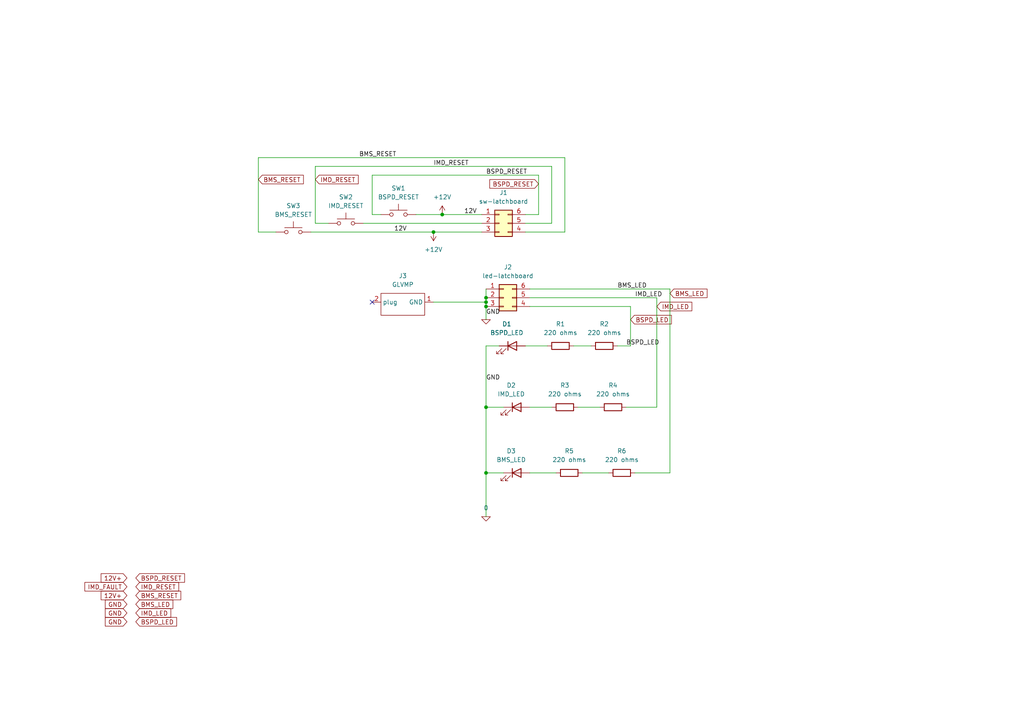
<source format=kicad_sch>
(kicad_sch
	(version 20250114)
	(generator "eeschema")
	(generator_version "9.0")
	(uuid "b535b0b4-0031-42de-829b-d7c94fb4cb2e")
	(paper "A4")
	(lib_symbols
		(symbol "Connector_Generic:Conn_02x03_Counter_Clockwise"
			(pin_names
				(offset 1.016)
				(hide yes)
			)
			(exclude_from_sim no)
			(in_bom yes)
			(on_board yes)
			(property "Reference" "J"
				(at 1.27 5.08 0)
				(effects
					(font
						(size 1.27 1.27)
					)
				)
			)
			(property "Value" "Conn_02x03_Counter_Clockwise"
				(at 1.27 -5.08 0)
				(effects
					(font
						(size 1.27 1.27)
					)
				)
			)
			(property "Footprint" ""
				(at 0 0 0)
				(effects
					(font
						(size 1.27 1.27)
					)
					(hide yes)
				)
			)
			(property "Datasheet" "~"
				(at 0 0 0)
				(effects
					(font
						(size 1.27 1.27)
					)
					(hide yes)
				)
			)
			(property "Description" "Generic connector, double row, 02x03, counter clockwise pin numbering scheme (similar to DIP package numbering), script generated (kicad-library-utils/schlib/autogen/connector/)"
				(at 0 0 0)
				(effects
					(font
						(size 1.27 1.27)
					)
					(hide yes)
				)
			)
			(property "ki_keywords" "connector"
				(at 0 0 0)
				(effects
					(font
						(size 1.27 1.27)
					)
					(hide yes)
				)
			)
			(property "ki_fp_filters" "Connector*:*_2x??_*"
				(at 0 0 0)
				(effects
					(font
						(size 1.27 1.27)
					)
					(hide yes)
				)
			)
			(symbol "Conn_02x03_Counter_Clockwise_1_1"
				(rectangle
					(start -1.27 3.81)
					(end 3.81 -3.81)
					(stroke
						(width 0.254)
						(type default)
					)
					(fill
						(type background)
					)
				)
				(rectangle
					(start -1.27 2.667)
					(end 0 2.413)
					(stroke
						(width 0.1524)
						(type default)
					)
					(fill
						(type none)
					)
				)
				(rectangle
					(start -1.27 0.127)
					(end 0 -0.127)
					(stroke
						(width 0.1524)
						(type default)
					)
					(fill
						(type none)
					)
				)
				(rectangle
					(start -1.27 -2.413)
					(end 0 -2.667)
					(stroke
						(width 0.1524)
						(type default)
					)
					(fill
						(type none)
					)
				)
				(rectangle
					(start 3.81 2.667)
					(end 2.54 2.413)
					(stroke
						(width 0.1524)
						(type default)
					)
					(fill
						(type none)
					)
				)
				(rectangle
					(start 3.81 0.127)
					(end 2.54 -0.127)
					(stroke
						(width 0.1524)
						(type default)
					)
					(fill
						(type none)
					)
				)
				(rectangle
					(start 3.81 -2.413)
					(end 2.54 -2.667)
					(stroke
						(width 0.1524)
						(type default)
					)
					(fill
						(type none)
					)
				)
				(pin passive line
					(at -5.08 2.54 0)
					(length 3.81)
					(name "Pin_1"
						(effects
							(font
								(size 1.27 1.27)
							)
						)
					)
					(number "1"
						(effects
							(font
								(size 1.27 1.27)
							)
						)
					)
				)
				(pin passive line
					(at -5.08 0 0)
					(length 3.81)
					(name "Pin_2"
						(effects
							(font
								(size 1.27 1.27)
							)
						)
					)
					(number "2"
						(effects
							(font
								(size 1.27 1.27)
							)
						)
					)
				)
				(pin passive line
					(at -5.08 -2.54 0)
					(length 3.81)
					(name "Pin_3"
						(effects
							(font
								(size 1.27 1.27)
							)
						)
					)
					(number "3"
						(effects
							(font
								(size 1.27 1.27)
							)
						)
					)
				)
				(pin passive line
					(at 7.62 2.54 180)
					(length 3.81)
					(name "Pin_6"
						(effects
							(font
								(size 1.27 1.27)
							)
						)
					)
					(number "6"
						(effects
							(font
								(size 1.27 1.27)
							)
						)
					)
				)
				(pin passive line
					(at 7.62 0 180)
					(length 3.81)
					(name "Pin_5"
						(effects
							(font
								(size 1.27 1.27)
							)
						)
					)
					(number "5"
						(effects
							(font
								(size 1.27 1.27)
							)
						)
					)
				)
				(pin passive line
					(at 7.62 -2.54 180)
					(length 3.81)
					(name "Pin_4"
						(effects
							(font
								(size 1.27 1.27)
							)
						)
					)
					(number "4"
						(effects
							(font
								(size 1.27 1.27)
							)
						)
					)
				)
			)
			(embedded_fonts no)
		)
		(symbol "Device:LED"
			(pin_numbers
				(hide yes)
			)
			(pin_names
				(offset 1.016)
				(hide yes)
			)
			(exclude_from_sim no)
			(in_bom yes)
			(on_board yes)
			(property "Reference" "D"
				(at 0 2.54 0)
				(effects
					(font
						(size 1.27 1.27)
					)
				)
			)
			(property "Value" "LED"
				(at 0 -2.54 0)
				(effects
					(font
						(size 1.27 1.27)
					)
				)
			)
			(property "Footprint" ""
				(at 0 0 0)
				(effects
					(font
						(size 1.27 1.27)
					)
					(hide yes)
				)
			)
			(property "Datasheet" "~"
				(at 0 0 0)
				(effects
					(font
						(size 1.27 1.27)
					)
					(hide yes)
				)
			)
			(property "Description" "Light emitting diode"
				(at 0 0 0)
				(effects
					(font
						(size 1.27 1.27)
					)
					(hide yes)
				)
			)
			(property "Sim.Pins" "1=K 2=A"
				(at 0 0 0)
				(effects
					(font
						(size 1.27 1.27)
					)
					(hide yes)
				)
			)
			(property "ki_keywords" "LED diode"
				(at 0 0 0)
				(effects
					(font
						(size 1.27 1.27)
					)
					(hide yes)
				)
			)
			(property "ki_fp_filters" "LED* LED_SMD:* LED_THT:*"
				(at 0 0 0)
				(effects
					(font
						(size 1.27 1.27)
					)
					(hide yes)
				)
			)
			(symbol "LED_0_1"
				(polyline
					(pts
						(xy -3.048 -0.762) (xy -4.572 -2.286) (xy -3.81 -2.286) (xy -4.572 -2.286) (xy -4.572 -1.524)
					)
					(stroke
						(width 0)
						(type default)
					)
					(fill
						(type none)
					)
				)
				(polyline
					(pts
						(xy -1.778 -0.762) (xy -3.302 -2.286) (xy -2.54 -2.286) (xy -3.302 -2.286) (xy -3.302 -1.524)
					)
					(stroke
						(width 0)
						(type default)
					)
					(fill
						(type none)
					)
				)
				(polyline
					(pts
						(xy -1.27 0) (xy 1.27 0)
					)
					(stroke
						(width 0)
						(type default)
					)
					(fill
						(type none)
					)
				)
				(polyline
					(pts
						(xy -1.27 -1.27) (xy -1.27 1.27)
					)
					(stroke
						(width 0.254)
						(type default)
					)
					(fill
						(type none)
					)
				)
				(polyline
					(pts
						(xy 1.27 -1.27) (xy 1.27 1.27) (xy -1.27 0) (xy 1.27 -1.27)
					)
					(stroke
						(width 0.254)
						(type default)
					)
					(fill
						(type none)
					)
				)
			)
			(symbol "LED_1_1"
				(pin passive line
					(at -3.81 0 0)
					(length 2.54)
					(name "K"
						(effects
							(font
								(size 1.27 1.27)
							)
						)
					)
					(number "1"
						(effects
							(font
								(size 1.27 1.27)
							)
						)
					)
				)
				(pin passive line
					(at 3.81 0 180)
					(length 2.54)
					(name "A"
						(effects
							(font
								(size 1.27 1.27)
							)
						)
					)
					(number "2"
						(effects
							(font
								(size 1.27 1.27)
							)
						)
					)
				)
			)
			(embedded_fonts no)
		)
		(symbol "Device:R"
			(pin_numbers
				(hide yes)
			)
			(pin_names
				(offset 0)
			)
			(exclude_from_sim no)
			(in_bom yes)
			(on_board yes)
			(property "Reference" "R"
				(at 2.032 0 90)
				(effects
					(font
						(size 1.27 1.27)
					)
				)
			)
			(property "Value" "R"
				(at 0 0 90)
				(effects
					(font
						(size 1.27 1.27)
					)
				)
			)
			(property "Footprint" ""
				(at -1.778 0 90)
				(effects
					(font
						(size 1.27 1.27)
					)
					(hide yes)
				)
			)
			(property "Datasheet" "~"
				(at 0 0 0)
				(effects
					(font
						(size 1.27 1.27)
					)
					(hide yes)
				)
			)
			(property "Description" "Resistor"
				(at 0 0 0)
				(effects
					(font
						(size 1.27 1.27)
					)
					(hide yes)
				)
			)
			(property "ki_keywords" "R res resistor"
				(at 0 0 0)
				(effects
					(font
						(size 1.27 1.27)
					)
					(hide yes)
				)
			)
			(property "ki_fp_filters" "R_*"
				(at 0 0 0)
				(effects
					(font
						(size 1.27 1.27)
					)
					(hide yes)
				)
			)
			(symbol "R_0_1"
				(rectangle
					(start -1.016 -2.54)
					(end 1.016 2.54)
					(stroke
						(width 0.254)
						(type default)
					)
					(fill
						(type none)
					)
				)
			)
			(symbol "R_1_1"
				(pin passive line
					(at 0 3.81 270)
					(length 1.27)
					(name "~"
						(effects
							(font
								(size 1.27 1.27)
							)
						)
					)
					(number "1"
						(effects
							(font
								(size 1.27 1.27)
							)
						)
					)
				)
				(pin passive line
					(at 0 -3.81 90)
					(length 1.27)
					(name "~"
						(effects
							(font
								(size 1.27 1.27)
							)
						)
					)
					(number "2"
						(effects
							(font
								(size 1.27 1.27)
							)
						)
					)
				)
			)
			(embedded_fonts no)
		)
		(symbol "Simulation_SPICE:0"
			(power)
			(pin_numbers
				(hide yes)
			)
			(pin_names
				(offset 0)
				(hide yes)
			)
			(exclude_from_sim no)
			(in_bom yes)
			(on_board yes)
			(property "Reference" "#GND"
				(at 0 -5.08 0)
				(effects
					(font
						(size 1.27 1.27)
					)
					(hide yes)
				)
			)
			(property "Value" "0"
				(at 0 -2.54 0)
				(effects
					(font
						(size 1.27 1.27)
					)
				)
			)
			(property "Footprint" ""
				(at 0 0 0)
				(effects
					(font
						(size 1.27 1.27)
					)
					(hide yes)
				)
			)
			(property "Datasheet" "https://ngspice.sourceforge.io/docs/ngspice-html-manual/manual.xhtml#subsec_Circuit_elements__device"
				(at 0 -10.16 0)
				(effects
					(font
						(size 1.27 1.27)
					)
					(hide yes)
				)
			)
			(property "Description" "0V reference potential for simulation"
				(at 0 -7.62 0)
				(effects
					(font
						(size 1.27 1.27)
					)
					(hide yes)
				)
			)
			(property "ki_keywords" "simulation"
				(at 0 0 0)
				(effects
					(font
						(size 1.27 1.27)
					)
					(hide yes)
				)
			)
			(symbol "0_0_1"
				(polyline
					(pts
						(xy -1.27 0) (xy 0 -1.27) (xy 1.27 0) (xy -1.27 0)
					)
					(stroke
						(width 0)
						(type default)
					)
					(fill
						(type none)
					)
				)
			)
			(symbol "0_1_1"
				(pin power_in line
					(at 0 0 0)
					(length 0)
					(name "~"
						(effects
							(font
								(size 1.016 1.016)
							)
						)
					)
					(number "1"
						(effects
							(font
								(size 1.016 1.016)
							)
						)
					)
				)
			)
			(embedded_fonts no)
		)
		(symbol "Switch:SW_Push"
			(pin_numbers
				(hide yes)
			)
			(pin_names
				(offset 1.016)
				(hide yes)
			)
			(exclude_from_sim no)
			(in_bom yes)
			(on_board yes)
			(property "Reference" "SW"
				(at 1.27 2.54 0)
				(effects
					(font
						(size 1.27 1.27)
					)
					(justify left)
				)
			)
			(property "Value" "SW_Push"
				(at 0 -1.524 0)
				(effects
					(font
						(size 1.27 1.27)
					)
				)
			)
			(property "Footprint" ""
				(at 0 5.08 0)
				(effects
					(font
						(size 1.27 1.27)
					)
					(hide yes)
				)
			)
			(property "Datasheet" "~"
				(at 0 5.08 0)
				(effects
					(font
						(size 1.27 1.27)
					)
					(hide yes)
				)
			)
			(property "Description" "Push button switch, generic, two pins"
				(at 0 0 0)
				(effects
					(font
						(size 1.27 1.27)
					)
					(hide yes)
				)
			)
			(property "ki_keywords" "switch normally-open pushbutton push-button"
				(at 0 0 0)
				(effects
					(font
						(size 1.27 1.27)
					)
					(hide yes)
				)
			)
			(symbol "SW_Push_0_1"
				(circle
					(center -2.032 0)
					(radius 0.508)
					(stroke
						(width 0)
						(type default)
					)
					(fill
						(type none)
					)
				)
				(polyline
					(pts
						(xy 0 1.27) (xy 0 3.048)
					)
					(stroke
						(width 0)
						(type default)
					)
					(fill
						(type none)
					)
				)
				(circle
					(center 2.032 0)
					(radius 0.508)
					(stroke
						(width 0)
						(type default)
					)
					(fill
						(type none)
					)
				)
				(polyline
					(pts
						(xy 2.54 1.27) (xy -2.54 1.27)
					)
					(stroke
						(width 0)
						(type default)
					)
					(fill
						(type none)
					)
				)
				(pin passive line
					(at -5.08 0 0)
					(length 2.54)
					(name "1"
						(effects
							(font
								(size 1.27 1.27)
							)
						)
					)
					(number "1"
						(effects
							(font
								(size 1.27 1.27)
							)
						)
					)
				)
				(pin passive line
					(at 5.08 0 180)
					(length 2.54)
					(name "2"
						(effects
							(font
								(size 1.27 1.27)
							)
						)
					)
					(number "2"
						(effects
							(font
								(size 1.27 1.27)
							)
						)
					)
				)
			)
			(embedded_fonts no)
		)
		(symbol "libraryBBC:GLVMP_Banana_Jack"
			(exclude_from_sim no)
			(in_bom yes)
			(on_board yes)
			(property "Reference" "J1"
				(at 2.032 6.604 0)
				(effects
					(font
						(size 1.27 1.27)
					)
				)
			)
			(property "Value" "GLVMP"
				(at 2.54 4.826 0)
				(effects
					(font
						(size 1.27 1.27)
					)
				)
			)
			(property "Footprint" ""
				(at 0 0 0)
				(effects
					(font
						(size 1.27 1.27)
					)
					(hide yes)
				)
			)
			(property "Datasheet" ""
				(at 0 0 0)
				(effects
					(font
						(size 1.27 1.27)
					)
					(hide yes)
				)
			)
			(property "Description" ""
				(at 0 0 0)
				(effects
					(font
						(size 1.27 1.27)
					)
					(hide yes)
				)
			)
			(property "MFG" "Cinch Connectivity Solutions Johnson"
				(at 2.286 -4.318 0)
				(effects
					(font
						(size 1.27 1.27)
					)
					(hide yes)
				)
			)
			(property "MPN" "108-0903-001"
				(at 2.794 -6.604 0)
				(effects
					(font
						(size 1.27 1.27)
					)
					(hide yes)
				)
			)
			(symbol "GLVMP_Banana_Jack_0_1"
				(rectangle
					(start -3.81 -2.54)
					(end 8.89 3.81)
					(stroke
						(width 0)
						(type default)
					)
					(fill
						(type none)
					)
				)
			)
			(symbol "GLVMP_Banana_Jack_1_1"
				(pin bidirectional line
					(at -6.35 0 0)
					(length 2.54)
					(name "GND"
						(effects
							(font
								(size 1.27 1.27)
							)
						)
					)
					(number "1"
						(effects
							(font
								(size 1.27 1.27)
							)
						)
					)
				)
				(pin bidirectional line
					(at 11.43 0 180)
					(length 2.54)
					(name "plug"
						(effects
							(font
								(size 1.27 1.27)
							)
						)
					)
					(number "2"
						(effects
							(font
								(size 1.27 1.27)
							)
						)
					)
				)
			)
			(embedded_fonts no)
		)
		(symbol "power:+12V"
			(power)
			(pin_numbers
				(hide yes)
			)
			(pin_names
				(offset 0)
				(hide yes)
			)
			(exclude_from_sim no)
			(in_bom yes)
			(on_board yes)
			(property "Reference" "#PWR"
				(at 0 -3.81 0)
				(effects
					(font
						(size 1.27 1.27)
					)
					(hide yes)
				)
			)
			(property "Value" "+12V"
				(at 0 3.556 0)
				(effects
					(font
						(size 1.27 1.27)
					)
				)
			)
			(property "Footprint" ""
				(at 0 0 0)
				(effects
					(font
						(size 1.27 1.27)
					)
					(hide yes)
				)
			)
			(property "Datasheet" ""
				(at 0 0 0)
				(effects
					(font
						(size 1.27 1.27)
					)
					(hide yes)
				)
			)
			(property "Description" "Power symbol creates a global label with name \"+12V\""
				(at 0 0 0)
				(effects
					(font
						(size 1.27 1.27)
					)
					(hide yes)
				)
			)
			(property "ki_keywords" "global power"
				(at 0 0 0)
				(effects
					(font
						(size 1.27 1.27)
					)
					(hide yes)
				)
			)
			(symbol "+12V_0_1"
				(polyline
					(pts
						(xy -0.762 1.27) (xy 0 2.54)
					)
					(stroke
						(width 0)
						(type default)
					)
					(fill
						(type none)
					)
				)
				(polyline
					(pts
						(xy 0 2.54) (xy 0.762 1.27)
					)
					(stroke
						(width 0)
						(type default)
					)
					(fill
						(type none)
					)
				)
				(polyline
					(pts
						(xy 0 0) (xy 0 2.54)
					)
					(stroke
						(width 0)
						(type default)
					)
					(fill
						(type none)
					)
				)
			)
			(symbol "+12V_1_1"
				(pin power_in line
					(at 0 0 90)
					(length 0)
					(name "~"
						(effects
							(font
								(size 1.27 1.27)
							)
						)
					)
					(number "1"
						(effects
							(font
								(size 1.27 1.27)
							)
						)
					)
				)
			)
			(embedded_fonts no)
		)
	)
	(junction
		(at 140.97 87.63)
		(diameter 0)
		(color 0 0 0 0)
		(uuid "36c79cba-9b7b-45da-a2d0-7de1ddcfc269")
	)
	(junction
		(at 140.97 86.36)
		(diameter 0)
		(color 0 0 0 0)
		(uuid "378d3cdc-2d1e-4200-bfaa-b8620bb7d958")
	)
	(junction
		(at 140.97 118.11)
		(diameter 0)
		(color 0 0 0 0)
		(uuid "6b0f0abe-1c46-4014-ad96-53ce30802a8a")
	)
	(junction
		(at 125.73 67.31)
		(diameter 0)
		(color 0 0 0 0)
		(uuid "967d17a7-77ff-45de-b6fe-47f644be0c7d")
	)
	(junction
		(at 128.27 62.23)
		(diameter 0)
		(color 0 0 0 0)
		(uuid "bbad1982-4b8c-485b-8ea2-b01d6d2ceb52")
	)
	(junction
		(at 140.97 137.16)
		(diameter 0)
		(color 0 0 0 0)
		(uuid "ce5fef1c-d8d2-48de-9173-7342d28dd0aa")
	)
	(junction
		(at 140.97 88.9)
		(diameter 0)
		(color 0 0 0 0)
		(uuid "e7f7f2a3-0ed9-49b2-80f4-ad4e8240d29e")
	)
	(no_connect
		(at 107.95 87.63)
		(uuid "a88377d3-03fa-49e9-a0a7-ab23ba4083bb")
	)
	(wire
		(pts
			(xy 173.99 118.11) (xy 167.64 118.11)
		)
		(stroke
			(width 0)
			(type default)
		)
		(uuid "03010357-f3b3-4264-9e9e-5f2779be6799")
	)
	(wire
		(pts
			(xy 140.97 87.63) (xy 140.97 88.9)
		)
		(stroke
			(width 0)
			(type default)
		)
		(uuid "0514d51b-669c-4d64-97cf-625078d549df")
	)
	(wire
		(pts
			(xy 107.95 62.23) (xy 107.95 50.8)
		)
		(stroke
			(width 0)
			(type default)
		)
		(uuid "061d23fb-35c5-4d97-8cca-34fb1351536a")
	)
	(wire
		(pts
			(xy 156.21 50.8) (xy 156.21 62.23)
		)
		(stroke
			(width 0)
			(type default)
		)
		(uuid "0c938f49-9432-4b02-8d48-cc658d41903c")
	)
	(wire
		(pts
			(xy 140.97 88.9) (xy 140.97 92.71)
		)
		(stroke
			(width 0)
			(type default)
		)
		(uuid "0d1de85d-838b-4d32-9422-5bb60ebf12f8")
	)
	(wire
		(pts
			(xy 105.41 64.77) (xy 139.7 64.77)
		)
		(stroke
			(width 0)
			(type default)
		)
		(uuid "170b8ee7-0cbd-4e1d-86c7-6f0d1e0e0ae1")
	)
	(wire
		(pts
			(xy 160.02 48.26) (xy 160.02 64.77)
		)
		(stroke
			(width 0)
			(type default)
		)
		(uuid "1af57378-6aaa-4927-bc78-9a11b46d5de2")
	)
	(wire
		(pts
			(xy 140.97 137.16) (xy 146.05 137.16)
		)
		(stroke
			(width 0)
			(type default)
		)
		(uuid "233ff0b3-2a11-4395-b30b-0a22ece45bb6")
	)
	(wire
		(pts
			(xy 194.31 137.16) (xy 194.31 83.82)
		)
		(stroke
			(width 0)
			(type default)
		)
		(uuid "343a2bdf-7cf5-40c9-bc5b-c1e2b0791599")
	)
	(wire
		(pts
			(xy 107.95 50.8) (xy 156.21 50.8)
		)
		(stroke
			(width 0)
			(type default)
		)
		(uuid "35b3a098-e7a3-4c5e-a1fe-cc17e0f54a1f")
	)
	(wire
		(pts
			(xy 125.73 67.31) (xy 139.7 67.31)
		)
		(stroke
			(width 0)
			(type default)
		)
		(uuid "444b308e-9a7a-4a82-8606-5b75eab69c70")
	)
	(wire
		(pts
			(xy 184.15 137.16) (xy 194.31 137.16)
		)
		(stroke
			(width 0)
			(type default)
		)
		(uuid "50e67751-b6cd-4282-810a-3b5fb4d119a8")
	)
	(wire
		(pts
			(xy 91.44 48.26) (xy 160.02 48.26)
		)
		(stroke
			(width 0)
			(type default)
		)
		(uuid "5d7857ff-774b-4458-a3cd-616839b47df7")
	)
	(wire
		(pts
			(xy 190.5 118.11) (xy 190.5 86.36)
		)
		(stroke
			(width 0)
			(type default)
		)
		(uuid "62040888-ef90-40eb-ab05-cbb43ec482df")
	)
	(wire
		(pts
			(xy 125.73 87.63) (xy 140.97 87.63)
		)
		(stroke
			(width 0)
			(type default)
		)
		(uuid "702f3d34-64bc-4869-adfb-e0d617330777")
	)
	(wire
		(pts
			(xy 91.44 64.77) (xy 91.44 48.26)
		)
		(stroke
			(width 0)
			(type default)
		)
		(uuid "79557536-2c40-4393-a117-3d629ac34f79")
	)
	(wire
		(pts
			(xy 182.88 88.9) (xy 153.67 88.9)
		)
		(stroke
			(width 0)
			(type default)
		)
		(uuid "7b5aa32b-e466-476b-9cb9-b18fd238642f")
	)
	(wire
		(pts
			(xy 161.29 137.16) (xy 153.67 137.16)
		)
		(stroke
			(width 0)
			(type default)
		)
		(uuid "82018eb7-3d41-4b0e-92b0-e6797c719891")
	)
	(wire
		(pts
			(xy 140.97 118.11) (xy 140.97 137.16)
		)
		(stroke
			(width 0)
			(type default)
		)
		(uuid "823af871-6ab0-44ed-bcee-5f335190f1da")
	)
	(wire
		(pts
			(xy 190.5 86.36) (xy 153.67 86.36)
		)
		(stroke
			(width 0)
			(type default)
		)
		(uuid "8c10cd3c-e669-4c5c-8144-3174c606d1f2")
	)
	(wire
		(pts
			(xy 181.61 118.11) (xy 190.5 118.11)
		)
		(stroke
			(width 0)
			(type default)
		)
		(uuid "8e570c92-5d77-4dd9-a24e-0e7c96cd452f")
	)
	(wire
		(pts
			(xy 163.83 45.72) (xy 163.83 67.31)
		)
		(stroke
			(width 0)
			(type default)
		)
		(uuid "905ccd9b-12b3-4beb-9980-a25361a6b72a")
	)
	(wire
		(pts
			(xy 110.49 62.23) (xy 107.95 62.23)
		)
		(stroke
			(width 0)
			(type default)
		)
		(uuid "91f08c5c-eb77-4148-b83a-50d5e8b3b2d8")
	)
	(wire
		(pts
			(xy 74.93 67.31) (xy 74.93 45.72)
		)
		(stroke
			(width 0)
			(type default)
		)
		(uuid "9e214f37-2845-445c-b22a-87998fe9b89d")
	)
	(wire
		(pts
			(xy 140.97 100.33) (xy 140.97 118.11)
		)
		(stroke
			(width 0)
			(type default)
		)
		(uuid "a0d8b761-ec9f-4c3a-a354-4830ef23a999")
	)
	(wire
		(pts
			(xy 140.97 86.36) (xy 140.97 87.63)
		)
		(stroke
			(width 0)
			(type default)
		)
		(uuid "a18e133a-8b53-44fd-906b-dd58f562df58")
	)
	(wire
		(pts
			(xy 163.83 67.31) (xy 152.4 67.31)
		)
		(stroke
			(width 0)
			(type default)
		)
		(uuid "a2d26ce5-2564-49c5-b09d-ea319a040000")
	)
	(wire
		(pts
			(xy 74.93 45.72) (xy 163.83 45.72)
		)
		(stroke
			(width 0)
			(type default)
		)
		(uuid "a951025e-8e8d-4a4b-bcc7-dd963219d1b8")
	)
	(wire
		(pts
			(xy 90.17 67.31) (xy 125.73 67.31)
		)
		(stroke
			(width 0)
			(type default)
		)
		(uuid "aa8a34b0-0943-4f0f-84d4-1d80fbbd0854")
	)
	(wire
		(pts
			(xy 194.31 83.82) (xy 153.67 83.82)
		)
		(stroke
			(width 0)
			(type default)
		)
		(uuid "aed1daba-e304-4d86-899d-9500a2e699a8")
	)
	(wire
		(pts
			(xy 179.07 100.33) (xy 182.88 100.33)
		)
		(stroke
			(width 0)
			(type default)
		)
		(uuid "b1a43eb7-584d-43f2-b5ef-2da102603dce")
	)
	(wire
		(pts
			(xy 156.21 62.23) (xy 152.4 62.23)
		)
		(stroke
			(width 0)
			(type default)
		)
		(uuid "b273cee2-2e49-4c3a-8091-33dbe72d1cf6")
	)
	(wire
		(pts
			(xy 128.27 62.23) (xy 120.65 62.23)
		)
		(stroke
			(width 0)
			(type default)
		)
		(uuid "b5209033-c39e-4b91-8153-354aa2ac1855")
	)
	(wire
		(pts
			(xy 152.4 100.33) (xy 158.75 100.33)
		)
		(stroke
			(width 0)
			(type default)
		)
		(uuid "b94dfe37-eca3-483d-a195-5b7a1d3726cf")
	)
	(wire
		(pts
			(xy 160.02 64.77) (xy 152.4 64.77)
		)
		(stroke
			(width 0)
			(type default)
		)
		(uuid "ba88ded4-1c3e-4cf3-b6f5-f06e298a426a")
	)
	(wire
		(pts
			(xy 139.7 62.23) (xy 128.27 62.23)
		)
		(stroke
			(width 0)
			(type default)
		)
		(uuid "bbc073db-886d-411f-afbd-e55519a7dbb1")
	)
	(wire
		(pts
			(xy 140.97 137.16) (xy 140.97 149.86)
		)
		(stroke
			(width 0)
			(type default)
		)
		(uuid "c010ff8e-0b03-4d8e-ab03-62c933e99750")
	)
	(wire
		(pts
			(xy 80.01 67.31) (xy 74.93 67.31)
		)
		(stroke
			(width 0)
			(type default)
		)
		(uuid "cdfcd2c9-0a1a-4a95-807c-e7e91f3ac3c1")
	)
	(wire
		(pts
			(xy 140.97 118.11) (xy 146.05 118.11)
		)
		(stroke
			(width 0)
			(type default)
		)
		(uuid "cfbc075e-fff2-41b8-9feb-9a87be82d3fc")
	)
	(wire
		(pts
			(xy 95.25 64.77) (xy 91.44 64.77)
		)
		(stroke
			(width 0)
			(type default)
		)
		(uuid "d47d1a40-5523-4d2c-8ac0-9633508b7b24")
	)
	(wire
		(pts
			(xy 176.53 137.16) (xy 168.91 137.16)
		)
		(stroke
			(width 0)
			(type default)
		)
		(uuid "ecc4f094-82ad-4e48-82ce-c9402f7f6f45")
	)
	(wire
		(pts
			(xy 160.02 118.11) (xy 153.67 118.11)
		)
		(stroke
			(width 0)
			(type default)
		)
		(uuid "f14dab91-8165-45e3-ac32-9ca791cdd107")
	)
	(wire
		(pts
			(xy 166.37 100.33) (xy 171.45 100.33)
		)
		(stroke
			(width 0)
			(type default)
		)
		(uuid "f1eeccc9-79ba-4a1e-8a2c-1c6057570e91")
	)
	(wire
		(pts
			(xy 182.88 100.33) (xy 182.88 88.9)
		)
		(stroke
			(width 0)
			(type default)
		)
		(uuid "f1fffbab-df74-4236-8334-0c50855b18b0")
	)
	(wire
		(pts
			(xy 140.97 83.82) (xy 140.97 86.36)
		)
		(stroke
			(width 0)
			(type default)
		)
		(uuid "f2c7bfee-6e3c-4cab-b0ca-3ed169dd29e0")
	)
	(wire
		(pts
			(xy 144.78 100.33) (xy 140.97 100.33)
		)
		(stroke
			(width 0)
			(type default)
		)
		(uuid "f6ae5a08-f1b4-4c58-bb03-846019d4aa4b")
	)
	(label "12V"
		(at 114.3 67.31 0)
		(effects
			(font
				(size 1.27 1.27)
			)
			(justify left bottom)
		)
		(uuid "0830a983-5ee2-467d-a772-fb231331bc62")
	)
	(label "GND"
		(at 140.97 91.44 0)
		(effects
			(font
				(size 1.27 1.27)
			)
			(justify left bottom)
		)
		(uuid "2a148132-96a7-4f64-9db8-8cc9262cf45e")
	)
	(label "IMD_RESET"
		(at 125.73 48.26 0)
		(effects
			(font
				(size 1.27 1.27)
			)
			(justify left bottom)
		)
		(uuid "2e21abd8-3c59-4f4b-829f-f63d28eb85d2")
	)
	(label "BSPD_LED"
		(at 181.61 100.33 0)
		(effects
			(font
				(size 1.27 1.27)
			)
			(justify left bottom)
		)
		(uuid "6e1be063-dd3a-4fd6-aca6-119415fd1c79")
	)
	(label "BSPD_RESET"
		(at 140.97 50.8 0)
		(effects
			(font
				(size 1.27 1.27)
			)
			(justify left bottom)
		)
		(uuid "a04389d4-a053-4859-a79b-97630feacf78")
	)
	(label "12V"
		(at 134.62 62.23 0)
		(effects
			(font
				(size 1.27 1.27)
			)
			(justify left bottom)
		)
		(uuid "a52786f7-8635-4e23-9836-cc94f771062a")
	)
	(label "GND"
		(at 140.97 110.49 0)
		(effects
			(font
				(size 1.27 1.27)
			)
			(justify left bottom)
		)
		(uuid "b879f86b-f6b7-4a37-90f2-3c1e05ea253d")
	)
	(label "IMD_LED"
		(at 184.15 86.36 0)
		(effects
			(font
				(size 1.27 1.27)
			)
			(justify left bottom)
		)
		(uuid "e491d443-f2e8-4c3e-b7f7-35b02579ab45")
	)
	(label "BMS_LED"
		(at 179.07 83.82 0)
		(effects
			(font
				(size 1.27 1.27)
			)
			(justify left bottom)
		)
		(uuid "e6b7d14f-f42b-4791-95d4-a8868dc5ed25")
	)
	(label "BMS_RESET"
		(at 104.14 45.72 0)
		(effects
			(font
				(size 1.27 1.27)
			)
			(justify left bottom)
		)
		(uuid "f9bb6f05-282a-465e-a449-d81aa0ab00bb")
	)
	(global_label "BMS_RESET"
		(shape input)
		(at 74.93 52.07 0)
		(fields_autoplaced yes)
		(effects
			(font
				(size 1.27 1.27)
			)
			(justify left)
		)
		(uuid "1222febc-d400-4545-98ab-f5a7005e8547")
		(property "Intersheetrefs" "${INTERSHEET_REFS}"
			(at 88.5588 52.07 0)
			(effects
				(font
					(size 1.27 1.27)
				)
				(justify left)
				(hide yes)
			)
		)
	)
	(global_label "GND"
		(shape input)
		(at 36.83 175.26 180)
		(fields_autoplaced yes)
		(effects
			(font
				(size 1.27 1.27)
			)
			(justify right)
		)
		(uuid "17a4e856-7a91-47c6-88f2-6c7eb412089a")
		(property "Intersheetrefs" "${INTERSHEET_REFS}"
			(at 29.9743 175.26 0)
			(effects
				(font
					(size 1.27 1.27)
				)
				(justify right)
				(hide yes)
			)
		)
	)
	(global_label "IMD_LED"
		(shape input)
		(at 39.37 177.8 0)
		(fields_autoplaced yes)
		(effects
			(font
				(size 1.27 1.27)
			)
			(justify left)
		)
		(uuid "1ebbf30b-f5e4-4a6f-821d-012b2d7426a7")
		(property "Intersheetrefs" "${INTERSHEET_REFS}"
			(at 50.0961 177.8 0)
			(effects
				(font
					(size 1.27 1.27)
				)
				(justify left)
				(hide yes)
			)
		)
	)
	(global_label "IMD_RESET"
		(shape input)
		(at 91.44 52.07 0)
		(fields_autoplaced yes)
		(effects
			(font
				(size 1.27 1.27)
			)
			(justify left)
		)
		(uuid "37e0d4a2-2bbc-4a21-8dfd-10b01c8b5875")
		(property "Intersheetrefs" "${INTERSHEET_REFS}"
			(at 104.4641 52.07 0)
			(effects
				(font
					(size 1.27 1.27)
				)
				(justify left)
				(hide yes)
			)
		)
	)
	(global_label "GND"
		(shape input)
		(at 36.83 177.8 180)
		(fields_autoplaced yes)
		(effects
			(font
				(size 1.27 1.27)
			)
			(justify right)
		)
		(uuid "3dce25bc-4f4f-4fdd-95ef-591181ca2530")
		(property "Intersheetrefs" "${INTERSHEET_REFS}"
			(at 29.9743 177.8 0)
			(effects
				(font
					(size 1.27 1.27)
				)
				(justify right)
				(hide yes)
			)
		)
	)
	(global_label "12V+"
		(shape input)
		(at 36.83 167.64 180)
		(fields_autoplaced yes)
		(effects
			(font
				(size 1.27 1.27)
			)
			(justify right)
		)
		(uuid "40658439-b162-4059-81db-5f44b6941a43")
		(property "Intersheetrefs" "${INTERSHEET_REFS}"
			(at 28.7648 167.64 0)
			(effects
				(font
					(size 1.27 1.27)
				)
				(justify right)
				(hide yes)
			)
		)
	)
	(global_label "IMD_LED"
		(shape input)
		(at 190.5 88.9 0)
		(fields_autoplaced yes)
		(effects
			(font
				(size 1.27 1.27)
			)
			(justify left)
		)
		(uuid "514f42cc-a9a4-4bf7-9d3a-8944f869e6ea")
		(property "Intersheetrefs" "${INTERSHEET_REFS}"
			(at 201.2261 88.9 0)
			(effects
				(font
					(size 1.27 1.27)
				)
				(justify left)
				(hide yes)
			)
		)
	)
	(global_label "IMD_RESET"
		(shape input)
		(at 39.37 170.18 0)
		(fields_autoplaced yes)
		(effects
			(font
				(size 1.27 1.27)
			)
			(justify left)
		)
		(uuid "6c100cab-e18b-4adc-a4d8-84129d075894")
		(property "Intersheetrefs" "${INTERSHEET_REFS}"
			(at 52.3941 170.18 0)
			(effects
				(font
					(size 1.27 1.27)
				)
				(justify left)
				(hide yes)
			)
		)
	)
	(global_label "BMS_LED"
		(shape input)
		(at 39.37 175.26 0)
		(fields_autoplaced yes)
		(effects
			(font
				(size 1.27 1.27)
			)
			(justify left)
		)
		(uuid "6d898628-3a72-4bdf-875a-c55985ff31f2")
		(property "Intersheetrefs" "${INTERSHEET_REFS}"
			(at 50.7008 175.26 0)
			(effects
				(font
					(size 1.27 1.27)
				)
				(justify left)
				(hide yes)
			)
		)
	)
	(global_label "IMD_FAULT"
		(shape input)
		(at 36.83 170.18 180)
		(fields_autoplaced yes)
		(effects
			(font
				(size 1.27 1.27)
			)
			(justify right)
		)
		(uuid "7ad25597-7f58-49d4-a9e5-649fc0a8f6a7")
		(property "Intersheetrefs" "${INTERSHEET_REFS}"
			(at 24.0476 170.18 0)
			(effects
				(font
					(size 1.27 1.27)
				)
				(justify right)
				(hide yes)
			)
		)
	)
	(global_label "BSPD_LED"
		(shape input)
		(at 182.88 92.71 0)
		(fields_autoplaced yes)
		(effects
			(font
				(size 1.27 1.27)
			)
			(justify left)
		)
		(uuid "92214c51-182c-42ce-818e-7bfe52ab77e4")
		(property "Intersheetrefs" "${INTERSHEET_REFS}"
			(at 195.2994 92.71 0)
			(effects
				(font
					(size 1.27 1.27)
				)
				(justify left)
				(hide yes)
			)
		)
	)
	(global_label "GND"
		(shape input)
		(at 36.83 180.34 180)
		(fields_autoplaced yes)
		(effects
			(font
				(size 1.27 1.27)
			)
			(justify right)
		)
		(uuid "b11f30ae-8eb2-4ab0-8950-4a4743b5c417")
		(property "Intersheetrefs" "${INTERSHEET_REFS}"
			(at 29.9743 180.34 0)
			(effects
				(font
					(size 1.27 1.27)
				)
				(justify right)
				(hide yes)
			)
		)
	)
	(global_label "BSPD_RESET"
		(shape input)
		(at 39.37 167.64 0)
		(fields_autoplaced yes)
		(effects
			(font
				(size 1.27 1.27)
			)
			(justify left)
		)
		(uuid "b2274e90-828f-4616-a42e-121f64ccaa49")
		(property "Intersheetrefs" "${INTERSHEET_REFS}"
			(at 54.0874 167.64 0)
			(effects
				(font
					(size 1.27 1.27)
				)
				(justify left)
				(hide yes)
			)
		)
	)
	(global_label "BMS_LED"
		(shape input)
		(at 194.31 85.09 0)
		(fields_autoplaced yes)
		(effects
			(font
				(size 1.27 1.27)
			)
			(justify left)
		)
		(uuid "c4052991-abee-4a5e-b793-7d7aaf14b7ed")
		(property "Intersheetrefs" "${INTERSHEET_REFS}"
			(at 205.6408 85.09 0)
			(effects
				(font
					(size 1.27 1.27)
				)
				(justify left)
				(hide yes)
			)
		)
	)
	(global_label "BSPD_LED"
		(shape input)
		(at 39.37 180.34 0)
		(fields_autoplaced yes)
		(effects
			(font
				(size 1.27 1.27)
			)
			(justify left)
		)
		(uuid "ca12d718-de49-4ce6-8b9d-c90d93f4d99b")
		(property "Intersheetrefs" "${INTERSHEET_REFS}"
			(at 51.7894 180.34 0)
			(effects
				(font
					(size 1.27 1.27)
				)
				(justify left)
				(hide yes)
			)
		)
	)
	(global_label "BSPD_RESET"
		(shape input)
		(at 156.21 53.34 180)
		(fields_autoplaced yes)
		(effects
			(font
				(size 1.27 1.27)
			)
			(justify right)
		)
		(uuid "cdff1b42-4de5-463e-a3ca-4e6885b0dc15")
		(property "Intersheetrefs" "${INTERSHEET_REFS}"
			(at 141.4926 53.34 0)
			(effects
				(font
					(size 1.27 1.27)
				)
				(justify right)
				(hide yes)
			)
		)
	)
	(global_label "12V+"
		(shape input)
		(at 36.83 172.72 180)
		(fields_autoplaced yes)
		(effects
			(font
				(size 1.27 1.27)
			)
			(justify right)
		)
		(uuid "dd149472-6a7a-4e85-b5a0-5bd20919f6b4")
		(property "Intersheetrefs" "${INTERSHEET_REFS}"
			(at 28.7648 172.72 0)
			(effects
				(font
					(size 1.27 1.27)
				)
				(justify right)
				(hide yes)
			)
		)
	)
	(global_label "BMS_RESET"
		(shape input)
		(at 39.37 172.72 0)
		(fields_autoplaced yes)
		(effects
			(font
				(size 1.27 1.27)
			)
			(justify left)
		)
		(uuid "f19c4760-b264-4093-a91b-9863465c64c9")
		(property "Intersheetrefs" "${INTERSHEET_REFS}"
			(at 52.9988 172.72 0)
			(effects
				(font
					(size 1.27 1.27)
				)
				(justify left)
				(hide yes)
			)
		)
	)
	(symbol
		(lib_id "libraryBBC:GLVMP_Banana_Jack")
		(at 119.38 87.63 180)
		(unit 1)
		(exclude_from_sim no)
		(in_bom yes)
		(on_board yes)
		(dnp no)
		(fields_autoplaced yes)
		(uuid "12d2647a-e0ff-41a1-9bb3-287720b34edb")
		(property "Reference" "J3"
			(at 116.84 80.01 0)
			(effects
				(font
					(size 1.27 1.27)
				)
			)
		)
		(property "Value" "GLVMP"
			(at 116.84 82.55 0)
			(effects
				(font
					(size 1.27 1.27)
				)
			)
		)
		(property "Footprint" "GLVMP_Banana_Jack:GLVMP_Banana_Jack"
			(at 119.38 87.63 0)
			(effects
				(font
					(size 1.27 1.27)
				)
				(hide yes)
			)
		)
		(property "Datasheet" ""
			(at 119.38 87.63 0)
			(effects
				(font
					(size 1.27 1.27)
				)
				(hide yes)
			)
		)
		(property "Description" ""
			(at 119.38 87.63 0)
			(effects
				(font
					(size 1.27 1.27)
				)
				(hide yes)
			)
		)
		(property "MFG" "Cal Test Electronics"
			(at 117.094 83.312 0)
			(effects
				(font
					(size 1.27 1.27)
				)
				(hide yes)
			)
		)
		(property "MPN" "CT3149-0"
			(at 116.586 81.026 0)
			(effects
				(font
					(size 1.27 1.27)
				)
				(hide yes)
			)
		)
		(pin "2"
			(uuid "fa820b37-1d1f-429e-8fd5-3f71db85bd96")
		)
		(pin "1"
			(uuid "59eb89e5-66c1-496e-84b7-7c5c94661ada")
		)
		(instances
			(project ""
				(path "/b535b0b4-0031-42de-829b-d7c94fb4cb2e"
					(reference "J3")
					(unit 1)
				)
			)
		)
	)
	(symbol
		(lib_id "Device:LED")
		(at 149.86 137.16 0)
		(unit 1)
		(exclude_from_sim no)
		(in_bom yes)
		(on_board yes)
		(dnp no)
		(fields_autoplaced yes)
		(uuid "1cbb4a68-b50d-4922-b344-747bd7033218")
		(property "Reference" "D3"
			(at 148.2725 130.81 0)
			(effects
				(font
					(size 1.27 1.27)
				)
			)
		)
		(property "Value" "BMS_LED"
			(at 148.2725 133.35 0)
			(effects
				(font
					(size 1.27 1.27)
				)
			)
		)
		(property "Footprint" "LED_THT:LED_D5.0mm"
			(at 149.86 137.16 0)
			(effects
				(font
					(size 1.27 1.27)
				)
				(hide yes)
			)
		)
		(property "Datasheet" "~"
			(at 149.86 137.16 0)
			(effects
				(font
					(size 1.27 1.27)
				)
				(hide yes)
			)
		)
		(property "Description" "Light emitting diode"
			(at 149.86 137.16 0)
			(effects
				(font
					(size 1.27 1.27)
				)
				(hide yes)
			)
		)
		(property "Sim.Pins" "1=K 2=A"
			(at 149.86 137.16 0)
			(effects
				(font
					(size 1.27 1.27)
				)
				(hide yes)
			)
		)
		(pin "2"
			(uuid "f793e49c-5b9b-46f2-8957-6ae83879e4eb")
		)
		(pin "1"
			(uuid "0482f1e3-bcf3-40e5-aaea-48940487723d")
		)
		(instances
			(project "Hi_board_bbc"
				(path "/b535b0b4-0031-42de-829b-d7c94fb4cb2e"
					(reference "D3")
					(unit 1)
				)
			)
		)
	)
	(symbol
		(lib_id "Device:R")
		(at 162.56 100.33 270)
		(unit 1)
		(exclude_from_sim no)
		(in_bom yes)
		(on_board yes)
		(dnp no)
		(fields_autoplaced yes)
		(uuid "1dcd00f4-e739-4ab2-b00c-f51dbe76e0bd")
		(property "Reference" "R1"
			(at 162.56 93.98 90)
			(effects
				(font
					(size 1.27 1.27)
				)
			)
		)
		(property "Value" "220 ohms"
			(at 162.56 96.52 90)
			(effects
				(font
					(size 1.27 1.27)
				)
			)
		)
		(property "Footprint" "Resistor_THT:R_Axial_DIN0207_L6.3mm_D2.5mm_P10.16mm_Horizontal"
			(at 162.56 98.552 90)
			(effects
				(font
					(size 1.27 1.27)
				)
				(hide yes)
			)
		)
		(property "Datasheet" "~"
			(at 162.56 100.33 0)
			(effects
				(font
					(size 1.27 1.27)
				)
				(hide yes)
			)
		)
		(property "Description" "Resistor"
			(at 162.56 100.33 0)
			(effects
				(font
					(size 1.27 1.27)
				)
				(hide yes)
			)
		)
		(pin "1"
			(uuid "8a489381-b487-4e0c-96ee-5182c80135de")
		)
		(pin "2"
			(uuid "94fa0fcd-5f48-4335-ae4c-bd3cee06bc78")
		)
		(instances
			(project "Hi_board_bbc"
				(path "/b535b0b4-0031-42de-829b-d7c94fb4cb2e"
					(reference "R1")
					(unit 1)
				)
			)
		)
	)
	(symbol
		(lib_id "Device:R")
		(at 175.26 100.33 270)
		(unit 1)
		(exclude_from_sim no)
		(in_bom yes)
		(on_board yes)
		(dnp no)
		(fields_autoplaced yes)
		(uuid "38cf47e9-6d44-42c2-af26-cf97acc48e26")
		(property "Reference" "R2"
			(at 175.26 93.98 90)
			(effects
				(font
					(size 1.27 1.27)
				)
			)
		)
		(property "Value" "220 ohms"
			(at 175.26 96.52 90)
			(effects
				(font
					(size 1.27 1.27)
				)
			)
		)
		(property "Footprint" "Resistor_THT:R_Axial_DIN0207_L6.3mm_D2.5mm_P10.16mm_Horizontal"
			(at 175.26 98.552 90)
			(effects
				(font
					(size 1.27 1.27)
				)
				(hide yes)
			)
		)
		(property "Datasheet" "~"
			(at 175.26 100.33 0)
			(effects
				(font
					(size 1.27 1.27)
				)
				(hide yes)
			)
		)
		(property "Description" "Resistor"
			(at 175.26 100.33 0)
			(effects
				(font
					(size 1.27 1.27)
				)
				(hide yes)
			)
		)
		(pin "1"
			(uuid "be3b7bcf-1e34-46b2-939c-5461d48964d7")
		)
		(pin "2"
			(uuid "5d450e2a-359f-4162-b307-b354b2a406b3")
		)
		(instances
			(project "Hi_board_bbc"
				(path "/b535b0b4-0031-42de-829b-d7c94fb4cb2e"
					(reference "R2")
					(unit 1)
				)
			)
		)
	)
	(symbol
		(lib_id "Switch:SW_Push")
		(at 85.09 67.31 0)
		(unit 1)
		(exclude_from_sim no)
		(in_bom yes)
		(on_board yes)
		(dnp no)
		(fields_autoplaced yes)
		(uuid "4aebbd40-9775-4e25-84a8-793c8db16f0a")
		(property "Reference" "SW3"
			(at 85.09 59.69 0)
			(effects
				(font
					(size 1.27 1.27)
				)
			)
		)
		(property "Value" "BMS_RESET"
			(at 85.09 62.23 0)
			(effects
				(font
					(size 1.27 1.27)
				)
			)
		)
		(property "Footprint" "Button_Switch_THT:SW_PUSH_6mm"
			(at 85.09 62.23 0)
			(effects
				(font
					(size 1.27 1.27)
				)
				(hide yes)
			)
		)
		(property "Datasheet" "~"
			(at 85.09 62.23 0)
			(effects
				(font
					(size 1.27 1.27)
				)
				(hide yes)
			)
		)
		(property "Description" "Push button switch, generic, two pins"
			(at 85.09 67.31 0)
			(effects
				(font
					(size 1.27 1.27)
				)
				(hide yes)
			)
		)
		(pin "1"
			(uuid "17a68b43-687d-4c76-b2a9-1137feb74bc5")
		)
		(pin "2"
			(uuid "85a5b540-8136-4d25-97fb-1007a469203f")
		)
		(instances
			(project "Hi_board_bbc"
				(path "/b535b0b4-0031-42de-829b-d7c94fb4cb2e"
					(reference "SW3")
					(unit 1)
				)
			)
		)
	)
	(symbol
		(lib_id "Device:LED")
		(at 148.59 100.33 0)
		(unit 1)
		(exclude_from_sim no)
		(in_bom yes)
		(on_board yes)
		(dnp no)
		(fields_autoplaced yes)
		(uuid "4b6c6bb1-164f-4d49-8dfc-effee547f574")
		(property "Reference" "D1"
			(at 147.0025 93.98 0)
			(effects
				(font
					(size 1.27 1.27)
				)
			)
		)
		(property "Value" "BSPD_LED"
			(at 147.0025 96.52 0)
			(effects
				(font
					(size 1.27 1.27)
				)
			)
		)
		(property "Footprint" "LED_THT:LED_D5.0mm"
			(at 148.59 100.33 0)
			(effects
				(font
					(size 1.27 1.27)
				)
				(hide yes)
			)
		)
		(property "Datasheet" "~"
			(at 148.59 100.33 0)
			(effects
				(font
					(size 1.27 1.27)
				)
				(hide yes)
			)
		)
		(property "Description" "Light emitting diode"
			(at 148.59 100.33 0)
			(effects
				(font
					(size 1.27 1.27)
				)
				(hide yes)
			)
		)
		(property "Sim.Pins" "1=K 2=A"
			(at 148.59 100.33 0)
			(effects
				(font
					(size 1.27 1.27)
				)
				(hide yes)
			)
		)
		(pin "2"
			(uuid "adc84bec-879f-4c1b-956e-dc2db00914c1")
		)
		(pin "1"
			(uuid "9983a7d8-4f02-491e-b29f-48eaf1dfd7fa")
		)
		(instances
			(project "Hi_board_bbc"
				(path "/b535b0b4-0031-42de-829b-d7c94fb4cb2e"
					(reference "D1")
					(unit 1)
				)
			)
		)
	)
	(symbol
		(lib_id "Device:R")
		(at 165.1 137.16 270)
		(unit 1)
		(exclude_from_sim no)
		(in_bom yes)
		(on_board yes)
		(dnp no)
		(fields_autoplaced yes)
		(uuid "50b75262-45e5-4a2b-a6c5-27af6a4154fc")
		(property "Reference" "R5"
			(at 165.1 130.81 90)
			(effects
				(font
					(size 1.27 1.27)
				)
			)
		)
		(property "Value" "220 ohms"
			(at 165.1 133.35 90)
			(effects
				(font
					(size 1.27 1.27)
				)
			)
		)
		(property "Footprint" "Resistor_THT:R_Axial_DIN0207_L6.3mm_D2.5mm_P10.16mm_Horizontal"
			(at 165.1 135.382 90)
			(effects
				(font
					(size 1.27 1.27)
				)
				(hide yes)
			)
		)
		(property "Datasheet" "~"
			(at 165.1 137.16 0)
			(effects
				(font
					(size 1.27 1.27)
				)
				(hide yes)
			)
		)
		(property "Description" "Resistor"
			(at 165.1 137.16 0)
			(effects
				(font
					(size 1.27 1.27)
				)
				(hide yes)
			)
		)
		(pin "1"
			(uuid "6d71d7a1-1711-4ad7-8ea5-1d14a35617c2")
		)
		(pin "2"
			(uuid "6aef7880-60f5-45d5-a289-a11d005eaf32")
		)
		(instances
			(project "Hi_board_bbc"
				(path "/b535b0b4-0031-42de-829b-d7c94fb4cb2e"
					(reference "R5")
					(unit 1)
				)
			)
		)
	)
	(symbol
		(lib_id "Switch:SW_Push")
		(at 100.33 64.77 0)
		(unit 1)
		(exclude_from_sim no)
		(in_bom yes)
		(on_board yes)
		(dnp no)
		(fields_autoplaced yes)
		(uuid "6cd5be78-323e-4044-9d3b-b212f40e0a43")
		(property "Reference" "SW2"
			(at 100.33 57.15 0)
			(effects
				(font
					(size 1.27 1.27)
				)
			)
		)
		(property "Value" "IMD_RESET"
			(at 100.33 59.69 0)
			(effects
				(font
					(size 1.27 1.27)
				)
			)
		)
		(property "Footprint" "Button_Switch_THT:SW_PUSH_6mm"
			(at 100.33 59.69 0)
			(effects
				(font
					(size 1.27 1.27)
				)
				(hide yes)
			)
		)
		(property "Datasheet" "~"
			(at 100.33 59.69 0)
			(effects
				(font
					(size 1.27 1.27)
				)
				(hide yes)
			)
		)
		(property "Description" "Push button switch, generic, two pins"
			(at 100.33 64.77 0)
			(effects
				(font
					(size 1.27 1.27)
				)
				(hide yes)
			)
		)
		(pin "1"
			(uuid "b3780312-ea4c-4e45-a964-7c3219a9ebc0")
		)
		(pin "2"
			(uuid "6dcabdf2-47ba-47e6-9f74-dd7117e6c871")
		)
		(instances
			(project "Hi_board_bbc"
				(path "/b535b0b4-0031-42de-829b-d7c94fb4cb2e"
					(reference "SW2")
					(unit 1)
				)
			)
		)
	)
	(symbol
		(lib_id "Device:LED")
		(at 149.86 118.11 0)
		(unit 1)
		(exclude_from_sim no)
		(in_bom yes)
		(on_board yes)
		(dnp no)
		(fields_autoplaced yes)
		(uuid "847d99e4-ee46-49d2-871f-1d29837c417d")
		(property "Reference" "D2"
			(at 148.2725 111.76 0)
			(effects
				(font
					(size 1.27 1.27)
				)
			)
		)
		(property "Value" "IMD_LED"
			(at 148.2725 114.3 0)
			(effects
				(font
					(size 1.27 1.27)
				)
			)
		)
		(property "Footprint" "LED_THT:LED_D5.0mm"
			(at 149.86 118.11 0)
			(effects
				(font
					(size 1.27 1.27)
				)
				(hide yes)
			)
		)
		(property "Datasheet" "~"
			(at 149.86 118.11 0)
			(effects
				(font
					(size 1.27 1.27)
				)
				(hide yes)
			)
		)
		(property "Description" "Light emitting diode"
			(at 149.86 118.11 0)
			(effects
				(font
					(size 1.27 1.27)
				)
				(hide yes)
			)
		)
		(property "Sim.Pins" "1=K 2=A"
			(at 149.86 118.11 0)
			(effects
				(font
					(size 1.27 1.27)
				)
				(hide yes)
			)
		)
		(pin "2"
			(uuid "b8f030cb-7503-49eb-beae-cd6b045c591c")
		)
		(pin "1"
			(uuid "91ae0dd4-4fbc-420b-9d22-66fd3e785390")
		)
		(instances
			(project "Hi_board_bbc"
				(path "/b535b0b4-0031-42de-829b-d7c94fb4cb2e"
					(reference "D2")
					(unit 1)
				)
			)
		)
	)
	(symbol
		(lib_id "Simulation_SPICE:0")
		(at 140.97 92.71 0)
		(unit 1)
		(exclude_from_sim no)
		(in_bom yes)
		(on_board yes)
		(dnp no)
		(fields_autoplaced yes)
		(uuid "92b635ac-f9d1-4312-980d-027393951486")
		(property "Reference" "#GND01"
			(at 140.97 97.79 0)
			(effects
				(font
					(size 1.27 1.27)
				)
				(hide yes)
			)
		)
		(property "Value" "0"
			(at 140.97 90.17 0)
			(effects
				(font
					(size 1.27 1.27)
				)
				(hide yes)
			)
		)
		(property "Footprint" ""
			(at 140.97 92.71 0)
			(effects
				(font
					(size 1.27 1.27)
				)
				(hide yes)
			)
		)
		(property "Datasheet" "https://ngspice.sourceforge.io/docs/ngspice-html-manual/manual.xhtml#subsec_Circuit_elements__device"
			(at 140.97 102.87 0)
			(effects
				(font
					(size 1.27 1.27)
				)
				(hide yes)
			)
		)
		(property "Description" "0V reference potential for simulation"
			(at 140.97 100.33 0)
			(effects
				(font
					(size 1.27 1.27)
				)
				(hide yes)
			)
		)
		(pin "1"
			(uuid "93afc15d-4953-4f94-9962-d88f82d51b2a")
		)
		(instances
			(project "Hi_board_bbc"
				(path "/b535b0b4-0031-42de-829b-d7c94fb4cb2e"
					(reference "#GND01")
					(unit 1)
				)
			)
		)
	)
	(symbol
		(lib_id "power:+12V")
		(at 128.27 62.23 0)
		(unit 1)
		(exclude_from_sim no)
		(in_bom yes)
		(on_board yes)
		(dnp no)
		(fields_autoplaced yes)
		(uuid "ab66a4df-55ca-4788-b26f-2569c91cb97f")
		(property "Reference" "#PWR01"
			(at 128.27 66.04 0)
			(effects
				(font
					(size 1.27 1.27)
				)
				(hide yes)
			)
		)
		(property "Value" "+12V"
			(at 128.27 57.15 0)
			(effects
				(font
					(size 1.27 1.27)
				)
			)
		)
		(property "Footprint" ""
			(at 128.27 62.23 0)
			(effects
				(font
					(size 1.27 1.27)
				)
				(hide yes)
			)
		)
		(property "Datasheet" ""
			(at 128.27 62.23 0)
			(effects
				(font
					(size 1.27 1.27)
				)
				(hide yes)
			)
		)
		(property "Description" "Power symbol creates a global label with name \"+12V\""
			(at 128.27 62.23 0)
			(effects
				(font
					(size 1.27 1.27)
				)
				(hide yes)
			)
		)
		(pin "1"
			(uuid "88d18aa2-b0a6-4b66-82c8-d3f91d608440")
		)
		(instances
			(project ""
				(path "/b535b0b4-0031-42de-829b-d7c94fb4cb2e"
					(reference "#PWR01")
					(unit 1)
				)
			)
		)
	)
	(symbol
		(lib_id "Simulation_SPICE:0")
		(at 140.97 149.86 0)
		(unit 1)
		(exclude_from_sim no)
		(in_bom yes)
		(on_board yes)
		(dnp no)
		(fields_autoplaced yes)
		(uuid "aef08ae3-dd68-4c92-ae63-a6a9695f6574")
		(property "Reference" "#GND02"
			(at 140.97 154.94 0)
			(effects
				(font
					(size 1.27 1.27)
				)
				(hide yes)
			)
		)
		(property "Value" "0"
			(at 140.97 147.32 0)
			(effects
				(font
					(size 1.27 1.27)
				)
			)
		)
		(property "Footprint" ""
			(at 140.97 149.86 0)
			(effects
				(font
					(size 1.27 1.27)
				)
				(hide yes)
			)
		)
		(property "Datasheet" "https://ngspice.sourceforge.io/docs/ngspice-html-manual/manual.xhtml#subsec_Circuit_elements__device"
			(at 140.97 160.02 0)
			(effects
				(font
					(size 1.27 1.27)
				)
				(hide yes)
			)
		)
		(property "Description" "0V reference potential for simulation"
			(at 140.97 157.48 0)
			(effects
				(font
					(size 1.27 1.27)
				)
				(hide yes)
			)
		)
		(pin "1"
			(uuid "ac25297a-7be3-4c69-baee-7560f430ae23")
		)
		(instances
			(project ""
				(path "/b535b0b4-0031-42de-829b-d7c94fb4cb2e"
					(reference "#GND02")
					(unit 1)
				)
			)
		)
	)
	(symbol
		(lib_id "Device:R")
		(at 180.34 137.16 270)
		(unit 1)
		(exclude_from_sim no)
		(in_bom yes)
		(on_board yes)
		(dnp no)
		(fields_autoplaced yes)
		(uuid "b00b9972-ba68-45c7-9869-045cb56910c4")
		(property "Reference" "R6"
			(at 180.34 130.81 90)
			(effects
				(font
					(size 1.27 1.27)
				)
			)
		)
		(property "Value" "220 ohms"
			(at 180.34 133.35 90)
			(effects
				(font
					(size 1.27 1.27)
				)
			)
		)
		(property "Footprint" "Resistor_THT:R_Axial_DIN0207_L6.3mm_D2.5mm_P10.16mm_Horizontal"
			(at 180.34 135.382 90)
			(effects
				(font
					(size 1.27 1.27)
				)
				(hide yes)
			)
		)
		(property "Datasheet" "~"
			(at 180.34 137.16 0)
			(effects
				(font
					(size 1.27 1.27)
				)
				(hide yes)
			)
		)
		(property "Description" "Resistor"
			(at 180.34 137.16 0)
			(effects
				(font
					(size 1.27 1.27)
				)
				(hide yes)
			)
		)
		(pin "1"
			(uuid "250cddf2-cb1c-4e62-b7e3-2e70abb4c7ac")
		)
		(pin "2"
			(uuid "1f4c5976-b0db-4748-9f71-bcdee78451ff")
		)
		(instances
			(project "Hi_board_bbc"
				(path "/b535b0b4-0031-42de-829b-d7c94fb4cb2e"
					(reference "R6")
					(unit 1)
				)
			)
		)
	)
	(symbol
		(lib_id "Device:R")
		(at 177.8 118.11 270)
		(unit 1)
		(exclude_from_sim no)
		(in_bom yes)
		(on_board yes)
		(dnp no)
		(fields_autoplaced yes)
		(uuid "b1c602d5-6b03-49b1-bea2-d9142273fe63")
		(property "Reference" "R4"
			(at 177.8 111.76 90)
			(effects
				(font
					(size 1.27 1.27)
				)
			)
		)
		(property "Value" "220 ohms"
			(at 177.8 114.3 90)
			(effects
				(font
					(size 1.27 1.27)
				)
			)
		)
		(property "Footprint" "Resistor_THT:R_Axial_DIN0207_L6.3mm_D2.5mm_P10.16mm_Horizontal"
			(at 177.8 116.332 90)
			(effects
				(font
					(size 1.27 1.27)
				)
				(hide yes)
			)
		)
		(property "Datasheet" "~"
			(at 177.8 118.11 0)
			(effects
				(font
					(size 1.27 1.27)
				)
				(hide yes)
			)
		)
		(property "Description" "Resistor"
			(at 177.8 118.11 0)
			(effects
				(font
					(size 1.27 1.27)
				)
				(hide yes)
			)
		)
		(pin "1"
			(uuid "fc230d3f-f254-40f2-8fcc-710f6f1e94b8")
		)
		(pin "2"
			(uuid "4fe1902c-29cb-4e1e-bd5c-27566c479ad8")
		)
		(instances
			(project "Hi_board_bbc"
				(path "/b535b0b4-0031-42de-829b-d7c94fb4cb2e"
					(reference "R4")
					(unit 1)
				)
			)
		)
	)
	(symbol
		(lib_id "Connector_Generic:Conn_02x03_Counter_Clockwise")
		(at 146.05 86.36 0)
		(unit 1)
		(exclude_from_sim no)
		(in_bom yes)
		(on_board yes)
		(dnp no)
		(fields_autoplaced yes)
		(uuid "b37ced02-ac30-4651-99c1-f1a7e8b32f00")
		(property "Reference" "J2"
			(at 147.32 77.47 0)
			(effects
				(font
					(size 1.27 1.27)
				)
			)
		)
		(property "Value" "led-latchboard"
			(at 147.32 80.01 0)
			(effects
				(font
					(size 1.27 1.27)
				)
			)
		)
		(property "Footprint" "Connector_Molex:Molex_Mini-Fit_Jr_5566-06A_2x03_P4.20mm_Vertical"
			(at 146.05 86.36 0)
			(effects
				(font
					(size 1.27 1.27)
				)
				(hide yes)
			)
		)
		(property "Datasheet" "~"
			(at 146.05 86.36 0)
			(effects
				(font
					(size 1.27 1.27)
				)
				(hide yes)
			)
		)
		(property "Description" "Generic connector, double row, 02x03, counter clockwise pin numbering scheme (similar to DIP package numbering), script generated (kicad-library-utils/schlib/autogen/connector/)"
			(at 146.05 86.36 0)
			(effects
				(font
					(size 1.27 1.27)
				)
				(hide yes)
			)
		)
		(pin "4"
			(uuid "c087387a-f38d-40fe-9a9d-26d8ef6ad784")
		)
		(pin "5"
			(uuid "002e0e4f-cc8d-4b6f-8da7-00da890d60e1")
		)
		(pin "1"
			(uuid "33ba75bc-c04f-4dba-b8b0-04af30856e4b")
		)
		(pin "6"
			(uuid "9aeb3f36-83ff-4d81-a821-52204ecf8363")
		)
		(pin "3"
			(uuid "d239b81f-4ec1-43f6-86ae-ff73b7aa0714")
		)
		(pin "2"
			(uuid "86e752c9-7988-4a28-b161-4a63c5c1c8b5")
		)
		(instances
			(project "Hi_board_bbc1"
				(path "/b535b0b4-0031-42de-829b-d7c94fb4cb2e"
					(reference "J2")
					(unit 1)
				)
			)
		)
	)
	(symbol
		(lib_id "power:+12V")
		(at 125.73 67.31 180)
		(unit 1)
		(exclude_from_sim no)
		(in_bom yes)
		(on_board yes)
		(dnp no)
		(fields_autoplaced yes)
		(uuid "c37e4cb9-8bd4-4fb9-add5-a1bcd07520b9")
		(property "Reference" "#PWR02"
			(at 125.73 63.5 0)
			(effects
				(font
					(size 1.27 1.27)
				)
				(hide yes)
			)
		)
		(property "Value" "+12V"
			(at 125.73 72.39 0)
			(effects
				(font
					(size 1.27 1.27)
				)
			)
		)
		(property "Footprint" ""
			(at 125.73 67.31 0)
			(effects
				(font
					(size 1.27 1.27)
				)
				(hide yes)
			)
		)
		(property "Datasheet" ""
			(at 125.73 67.31 0)
			(effects
				(font
					(size 1.27 1.27)
				)
				(hide yes)
			)
		)
		(property "Description" "Power symbol creates a global label with name \"+12V\""
			(at 125.73 67.31 0)
			(effects
				(font
					(size 1.27 1.27)
				)
				(hide yes)
			)
		)
		(pin "1"
			(uuid "7c764dab-dfb8-41d6-a7a2-903512793668")
		)
		(instances
			(project "Hi_board_bbc"
				(path "/b535b0b4-0031-42de-829b-d7c94fb4cb2e"
					(reference "#PWR02")
					(unit 1)
				)
			)
		)
	)
	(symbol
		(lib_id "Connector_Generic:Conn_02x03_Counter_Clockwise")
		(at 144.78 64.77 0)
		(unit 1)
		(exclude_from_sim no)
		(in_bom yes)
		(on_board yes)
		(dnp no)
		(fields_autoplaced yes)
		(uuid "d39e7629-42cd-42df-8936-47dc5f69159d")
		(property "Reference" "J1"
			(at 146.05 55.88 0)
			(effects
				(font
					(size 1.27 1.27)
				)
			)
		)
		(property "Value" "sw-latchboard"
			(at 146.05 58.42 0)
			(effects
				(font
					(size 1.27 1.27)
				)
			)
		)
		(property "Footprint" "Connector_Molex:Molex_Mini-Fit_Jr_5566-06A_2x03_P4.20mm_Vertical"
			(at 144.78 64.77 0)
			(effects
				(font
					(size 1.27 1.27)
				)
				(hide yes)
			)
		)
		(property "Datasheet" "~"
			(at 144.78 64.77 0)
			(effects
				(font
					(size 1.27 1.27)
				)
				(hide yes)
			)
		)
		(property "Description" "Generic connector, double row, 02x03, counter clockwise pin numbering scheme (similar to DIP package numbering), script generated (kicad-library-utils/schlib/autogen/connector/)"
			(at 144.78 64.77 0)
			(effects
				(font
					(size 1.27 1.27)
				)
				(hide yes)
			)
		)
		(pin "4"
			(uuid "da47a90c-de2c-4590-a8ad-6db12be73613")
		)
		(pin "5"
			(uuid "6c7e6caa-a91f-466d-a3d3-250d76ad583b")
		)
		(pin "1"
			(uuid "b663160c-ee2e-4c53-8bd9-c90e5845a023")
		)
		(pin "6"
			(uuid "08e25db0-0956-4edc-8221-ed9fb013f693")
		)
		(pin "3"
			(uuid "2ebc2e9c-03cd-4024-8c2f-c52e809c7d4c")
		)
		(pin "2"
			(uuid "b49cc45c-0aa5-4b21-89e1-0cc57bfaa666")
		)
		(instances
			(project ""
				(path "/b535b0b4-0031-42de-829b-d7c94fb4cb2e"
					(reference "J1")
					(unit 1)
				)
			)
		)
	)
	(symbol
		(lib_id "Switch:SW_Push")
		(at 115.57 62.23 0)
		(unit 1)
		(exclude_from_sim no)
		(in_bom yes)
		(on_board yes)
		(dnp no)
		(fields_autoplaced yes)
		(uuid "fa9e0cef-24e0-49b0-b28e-b111d296db3c")
		(property "Reference" "SW1"
			(at 115.57 54.61 0)
			(effects
				(font
					(size 1.27 1.27)
				)
			)
		)
		(property "Value" "BSPD_RESET"
			(at 115.57 57.15 0)
			(effects
				(font
					(size 1.27 1.27)
				)
			)
		)
		(property "Footprint" "Button_Switch_THT:SW_PUSH_6mm"
			(at 115.57 57.15 0)
			(effects
				(font
					(size 1.27 1.27)
				)
				(hide yes)
			)
		)
		(property "Datasheet" "~"
			(at 115.57 57.15 0)
			(effects
				(font
					(size 1.27 1.27)
				)
				(hide yes)
			)
		)
		(property "Description" "Push button switch, generic, two pins"
			(at 115.57 62.23 0)
			(effects
				(font
					(size 1.27 1.27)
				)
				(hide yes)
			)
		)
		(pin "1"
			(uuid "54f61a48-6f31-46ce-acc6-3573330ee478")
		)
		(pin "2"
			(uuid "5570d9ce-b7bb-4d9f-a930-3eeeeecd974b")
		)
		(instances
			(project "Hi_board_bbc"
				(path "/b535b0b4-0031-42de-829b-d7c94fb4cb2e"
					(reference "SW1")
					(unit 1)
				)
			)
		)
	)
	(symbol
		(lib_id "Device:R")
		(at 163.83 118.11 270)
		(unit 1)
		(exclude_from_sim no)
		(in_bom yes)
		(on_board yes)
		(dnp no)
		(fields_autoplaced yes)
		(uuid "faa187e8-41fc-4b0f-9335-d62b9645fcd4")
		(property "Reference" "R3"
			(at 163.83 111.76 90)
			(effects
				(font
					(size 1.27 1.27)
				)
			)
		)
		(property "Value" "220 ohms"
			(at 163.83 114.3 90)
			(effects
				(font
					(size 1.27 1.27)
				)
			)
		)
		(property "Footprint" "Resistor_THT:R_Axial_DIN0207_L6.3mm_D2.5mm_P10.16mm_Horizontal"
			(at 163.83 116.332 90)
			(effects
				(font
					(size 1.27 1.27)
				)
				(hide yes)
			)
		)
		(property "Datasheet" "~"
			(at 163.83 118.11 0)
			(effects
				(font
					(size 1.27 1.27)
				)
				(hide yes)
			)
		)
		(property "Description" "Resistor"
			(at 163.83 118.11 0)
			(effects
				(font
					(size 1.27 1.27)
				)
				(hide yes)
			)
		)
		(pin "1"
			(uuid "9948ea91-9591-424d-a779-68a87c410cae")
		)
		(pin "2"
			(uuid "c41b17ca-5012-4077-b294-ec1c49773fe7")
		)
		(instances
			(project "Hi_board_bbc"
				(path "/b535b0b4-0031-42de-829b-d7c94fb4cb2e"
					(reference "R3")
					(unit 1)
				)
			)
		)
	)
	(sheet_instances
		(path "/"
			(page "1")
		)
	)
	(embedded_fonts no)
)

</source>
